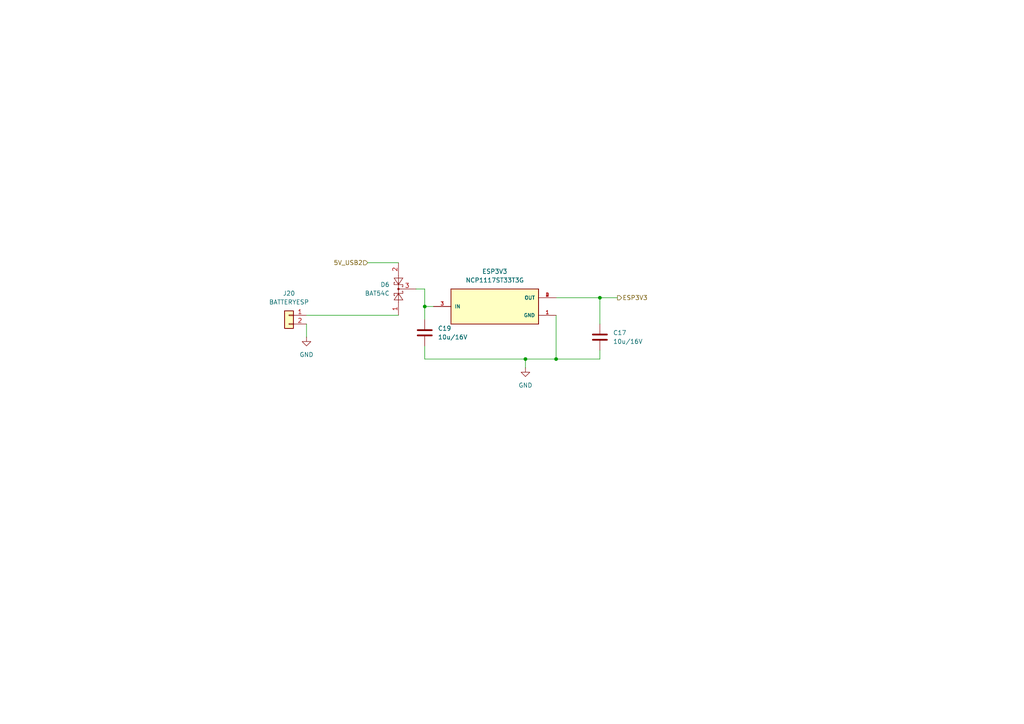
<source format=kicad_sch>
(kicad_sch (version 20250114) (generator "eeschema") (generator_version "9.0")
  (paper "A4")
  (title_block (title "ESP32 Board") (date "2025-10-18") (rev "2") (company "Team 0-06"))
  (lib_symbols
    (symbol "Connector_Generic:Conn_01x02" (pin_names (offset 1.016) (hide yes))
      (property "Reference" "J" (at 0 2.54 0))
      (property "Value" "Conn_01x02" (at 0 -5.08 0))
      (symbol "Conn_01x02_1_1"
        (rectangle (start -1.27 1.27) (end 1.27 -3.81) (stroke (width 0.254)) (fill (type background)))
        (rectangle (start -1.27 0.127) (end 0 -0.127) (stroke (width 0.1524)))
        (rectangle (start -1.27 -2.413) (end 0 -2.667) (stroke (width 0.1524)))
        (pin passive line (at -5.08 0 0) (length 3.81) (name "Pin_1") (number "1"))
        (pin passive line (at -5.08 -2.54 0) (length 3.81) (name "Pin_2") (number "2"))
      )
    )
    (symbol "Customs:NCP1117ST33T3G" (pin_names (offset 1.016))
      (property "Reference" "U" (at -9.906 5.588 0))
      (property "Value" "NCP1117ST33T3G" (at -12.7115 -7.6269 0))
      (symbol "NCP1117ST33T3G_0_0"
        (rectangle (start -12.7 5.08) (end 12.7 -5.08) (stroke (width 0.254)) (fill (type background)))
        (pin input line (at -17.78 0 0) (length 5.08) (name "IN") (number "3"))
        (pin output line (at 17.78 2.54 180) (length 5.08) (name "OUT") (number "2"))
        (pin output line (at 17.78 2.54 180) (length 5.08) (name "OUT") (number "4"))
        (pin power_in line (at 17.78 -2.54 180) (length 5.08) (name "GND") (number "1"))
      )
    )
    (symbol "Device:C" (pin_numbers (hide yes)) (pin_names (offset 0.254))
      (property "Reference" "C" (at 0.635 2.54 0))
      (property "Value" "C" (at 0.635 -2.54 0))
      (symbol "C_0_1"
        (polyline (pts (xy -2.032 0.762) (xy 2.032 0.762)) (stroke (width 0.508)))
        (polyline (pts (xy -2.032 -0.762) (xy 2.032 -0.762)) (stroke (width 0.508)))
      )
      (symbol "C_1_1"
        (pin passive line (at 0 3.81 270) (length 2.794) (name "~") (number "1"))
        (pin passive line (at 0 -3.81 90) (length 2.794) (name "~") (number "2"))
      )
    )
    (symbol "Diode:BAT54C" (pin_names (offset 1.016))
      (property "Reference" "D" (at 0.635 -3.81 0))
      (property "Value" "BAT54C" (at -6.35 3.175 0))
      (symbol "BAT54C_0_1"
        (polyline (pts (xy -3.175 -1.27) (xy -3.175 1.27) (xy -1.27 0) (xy -3.175 -1.27)))
        (polyline (pts (xy -1.905 1.27) (xy -1.905 1.016)))
        (polyline (pts (xy -1.905 0) (xy 1.905 0)))
        (polyline (pts (xy -1.27 1.27) (xy -1.905 1.27)))
        (polyline (pts (xy -1.27 1.27) (xy -1.27 -1.27)))
        (polyline (pts (xy -1.27 0) (xy -3.81 0)))
        (polyline (pts (xy -1.27 -1.27) (xy -0.635 -1.27)))
        (polyline (pts (xy -0.635 -1.27) (xy -0.635 -1.016)))
        (circle (center 0 0) (radius 0.254) (fill (type outline)))
        (polyline (pts (xy 0.635 -1.27) (xy 0.635 -1.016)))
        (polyline (pts (xy 1.27 1.27) (xy 1.27 -1.27)))
        (polyline (pts (xy 1.27 1.27) (xy 1.905 1.27)))
        (polyline (pts (xy 1.27 -1.27) (xy 0.635 -1.27)))
        (polyline (pts (xy 1.905 1.27) (xy 1.905 1.016)))
        (polyline (pts (xy 3.175 -1.27) (xy 3.175 1.27) (xy 1.27 0) (xy 3.175 -1.27)))
        (polyline (pts (xy 3.81 0) (xy 1.27 0)))
      )
      (symbol "BAT54C_1_1"
        (pin passive line (at -7.62 0 0) (length 3.81) (name "~") (number "1"))
        (pin passive line (at 0 -5.08 90) (length 5.08) (name "~") (number "3"))
        (pin passive line (at 7.62 0 180) (length 3.81) (name "~") (number "2"))
      )
    )
    (symbol "power:GND" (power) (pin_numbers (hide yes)) (pin_names (offset 0) (hide yes))
      (property "Value" "GND" (at 0 -3.81 0))
      (symbol "GND_0_1"
        (polyline (pts (xy 0 0) (xy 0 -1.27) (xy 1.27 -1.27) (xy 0 -2.54) (xy -1.27 -1.27) (xy 0 -1.27)))
      )
      (symbol "GND_1_1"
        (pin power_in line (at 0 0 270) (length 0) (name "~") (number "1"))
      )
    )
  )
  (junction (at 123.19 88.9))
  (junction (at 152.4 104.14))
  (junction (at 173.99 86.36))
  (junction (at 161.29 104.14))
  (wire (pts (xy 161.29 91.44) (xy 161.29 104.14)))
  (wire (pts (xy 123.19 88.9) (xy 125.73 88.9)))
  (wire (pts (xy 173.99 86.36) (xy 179.07 86.36)))
  (wire (pts (xy 88.9 93.98) (xy 88.9 97.79)))
  (wire (pts (xy 123.19 104.14) (xy 152.4 104.14)))
  (wire (pts (xy 161.29 86.36) (xy 173.99 86.36)))
  (wire (pts (xy 173.99 104.14) (xy 161.29 104.14)))
  (wire (pts (xy 120.65 83.82) (xy 123.19 83.82)))
  (wire (pts (xy 123.19 92.71) (xy 123.19 88.9)))
  (wire (pts (xy 123.19 83.82) (xy 123.19 88.9)))
  (wire (pts (xy 173.99 101.6) (xy 173.99 104.14)))
  (wire (pts (xy 123.19 100.33) (xy 123.19 104.14)))
  (wire (pts (xy 173.99 86.36) (xy 173.99 93.98)))
  (wire (pts (xy 152.4 104.14) (xy 161.29 104.14)))
  (wire (pts (xy 88.9 91.44) (xy 115.57 91.44)))
  (wire (pts (xy 106.68 76.2) (xy 115.57 76.2)))
  (wire (pts (xy 152.4 104.14) (xy 152.4 106.68)))
  (hierarchical_label "ESP3V3" (shape output) (at 179.07 86.36 0))
  (hierarchical_label "5V_USB2" (shape input) (at 106.68 76.2 180))
  (symbol (lib_id "Device:C") (at 123.19 96.52 0) (unit 1)
    (property "Reference" "C19" (at 127 95.2499 0) (effects (justify left)))
    (property "Value" "10u/16V" (at 127 97.7899 0) (effects (justify left)))
    (property "Footprint" "Capacitor_SMD:C_0805_2012Metric" (effects (hide yes)))
    (property "Description" "Unpolarized capacitor" (effects (hide yes)))
  )
  (symbol (lib_id "power:GND") (at 152.4 106.68 0) (unit 1)
    (property "Reference" "#PWR021" (effects (hide yes)))
    (property "Value" "GND" (at 152.4 111.76 0))
    (property "Description" "Power symbol creates a global label with name \"GND\" , ground" (effects (hide yes)))
  )
  (symbol (lib_id "power:GND") (at 88.9 97.79 0) (mirror y) (unit 1)
    (property "Reference" "#PWR048" (effects (hide yes)))
    (property "Value" "GND" (at 88.9 102.87 0))
    (property "Description" "Power symbol creates a global label with name \"GND\" , ground" (effects (hide yes)))
  )
  (symbol (lib_id "Device:C") (at 173.99 97.79 0) (unit 1)
    (property "Reference" "C17" (at 177.8 96.5199 0) (effects (justify left)))
    (property "Value" "10u/16V" (at 177.8 99.0599 0) (effects (justify left)))
    (property "Footprint" "Capacitor_SMD:C_0805_2012Metric" (effects (hide yes)))
    (property "Description" "Unpolarized capacitor" (effects (hide yes)))
  )
  (symbol (lib_id "Customs:NCP1117ST33T3G") (at 143.51 88.9 0) (unit 1)
    (property "Reference" "ESP3V3" (at 143.51 78.74 0))
    (property "Value" "NCP1117ST33T3G" (at 143.51 81.28 0))
    (property "Footprint" "Customs:SOT230P700X180-4N" (effects (hide yes)))
    (property "DigiKey_Part_Number" "NCP1117ST33T3GOSCT-ND" (effects (hide yes)))
    (property "SnapEDA_Link" "https://www.snapeda.com/parts/NCP1117ST33T3G/Onsemi/view-part/?ref=snap" (effects (hide yes)))
    (property "Description_1" "Linear Voltage Regulator IC Positive Fixed 1 Output 1A SOT-223" (effects (hide yes)))
    (property "Package" "SOT-223-4 ON Semiconductor" (effects (hide yes)))
    (property "Check_prices" "https://www.snapeda.com/parts/NCP1117ST33T3G/Onsemi/view-part/?ref=eda" (effects (hide yes)))
    (property "MF" "onsemi" (effects (hide yes)))
    (property "MP" "NCP1117ST33T3G" (effects (hide yes)))
    (property "MANUFACTURER" "ON Semiconductor" (effects (hide yes)))
  )
  (symbol (lib_id "Diode:BAT54C") (at 115.57 83.82 90) (unit 1)
    (property "Reference" "D6" (at 113.03 82.5499 90) (effects (justify left)))
    (property "Value" "BAT54C" (at 113.03 85.0899 90) (effects (justify left)))
    (property "Footprint" "Package_TO_SOT_SMD:SOT-23" (effects (hide yes)))
    (property "Datasheet" "http://www.diodes.com/_files/datasheets/ds11005.pdf" (effects (hide yes)))
    (property "Description" "dual schottky barrier diode, common cathode" (effects (hide yes)))
  )
  (symbol (lib_id "Connector_Generic:Conn_01x02") (at 83.82 91.44 0) (mirror y) (unit 1)
    (property "Reference" "J20" (at 83.82 85.09 0))
    (property "Value" "BATTERYESP" (at 83.82 87.63 0))
    (property "Footprint" "Customs:2_SolderPad_2mm" (effects (hide yes)))
    (property "Description" "Generic connector, single row, 01x02, script generated (kicad-library-utils/schlib/autogen/connector/)" (effects (hide yes)))
  )
)
</source>
